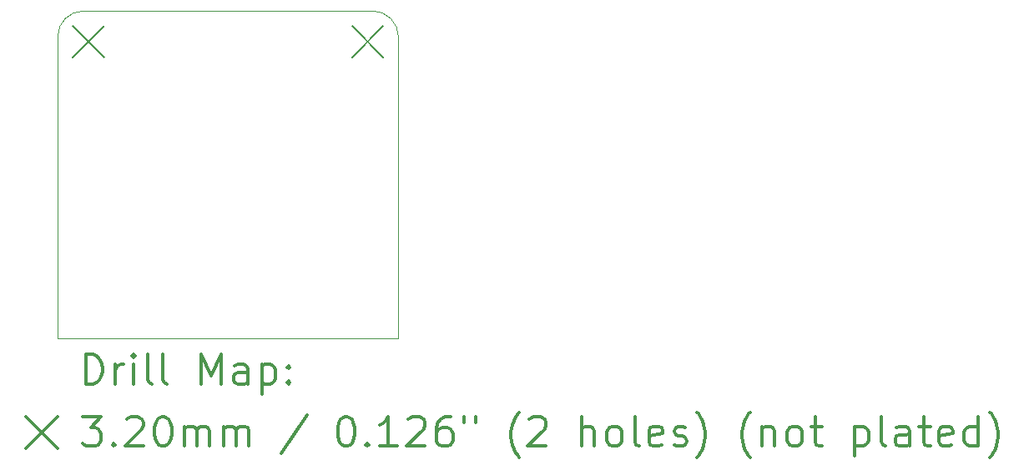
<source format=gbr>
%FSLAX45Y45*%
G04 Gerber Fmt 4.5, Leading zero omitted, Abs format (unit mm)*
G04 Created by KiCad (PCBNEW (5.1.4)-1) date 2019-12-12 19:52:41*
%MOMM*%
%LPD*%
G04 APERTURE LIST*
%ADD10C,0.050000*%
%ADD11C,0.200000*%
%ADD12C,0.300000*%
G04 APERTURE END LIST*
D10*
X1897400Y-2349500D02*
X1897400Y-5410200D01*
X1897400Y-2349500D02*
G75*
G02X2159000Y-2087900I261600J0D01*
G01*
X5092700Y-2087900D02*
G75*
G02X5354300Y-2349500I0J-261600D01*
G01*
X2159000Y-2087900D02*
X5092700Y-2087900D01*
X5354300Y-2349500D02*
X5354300Y-5410200D01*
X1897400Y-5410200D02*
X5354300Y-5410200D01*
D11*
X4881900Y-2240300D02*
X5201900Y-2560300D01*
X5201900Y-2240300D02*
X4881900Y-2560300D01*
X2049800Y-2240300D02*
X2369800Y-2560300D01*
X2369800Y-2240300D02*
X2049800Y-2560300D01*
D12*
X2181328Y-5878414D02*
X2181328Y-5578414D01*
X2252757Y-5578414D01*
X2295614Y-5592700D01*
X2324186Y-5621271D01*
X2338471Y-5649843D01*
X2352757Y-5706986D01*
X2352757Y-5749843D01*
X2338471Y-5806986D01*
X2324186Y-5835557D01*
X2295614Y-5864129D01*
X2252757Y-5878414D01*
X2181328Y-5878414D01*
X2481328Y-5878414D02*
X2481328Y-5678414D01*
X2481328Y-5735557D02*
X2495614Y-5706986D01*
X2509900Y-5692700D01*
X2538471Y-5678414D01*
X2567043Y-5678414D01*
X2667043Y-5878414D02*
X2667043Y-5678414D01*
X2667043Y-5578414D02*
X2652757Y-5592700D01*
X2667043Y-5606986D01*
X2681328Y-5592700D01*
X2667043Y-5578414D01*
X2667043Y-5606986D01*
X2852757Y-5878414D02*
X2824186Y-5864129D01*
X2809900Y-5835557D01*
X2809900Y-5578414D01*
X3009900Y-5878414D02*
X2981328Y-5864129D01*
X2967043Y-5835557D01*
X2967043Y-5578414D01*
X3352757Y-5878414D02*
X3352757Y-5578414D01*
X3452757Y-5792700D01*
X3552757Y-5578414D01*
X3552757Y-5878414D01*
X3824186Y-5878414D02*
X3824186Y-5721271D01*
X3809900Y-5692700D01*
X3781328Y-5678414D01*
X3724186Y-5678414D01*
X3695614Y-5692700D01*
X3824186Y-5864129D02*
X3795614Y-5878414D01*
X3724186Y-5878414D01*
X3695614Y-5864129D01*
X3681328Y-5835557D01*
X3681328Y-5806986D01*
X3695614Y-5778414D01*
X3724186Y-5764129D01*
X3795614Y-5764129D01*
X3824186Y-5749843D01*
X3967043Y-5678414D02*
X3967043Y-5978414D01*
X3967043Y-5692700D02*
X3995614Y-5678414D01*
X4052757Y-5678414D01*
X4081328Y-5692700D01*
X4095614Y-5706986D01*
X4109900Y-5735557D01*
X4109900Y-5821271D01*
X4095614Y-5849843D01*
X4081328Y-5864129D01*
X4052757Y-5878414D01*
X3995614Y-5878414D01*
X3967043Y-5864129D01*
X4238471Y-5849843D02*
X4252757Y-5864129D01*
X4238471Y-5878414D01*
X4224186Y-5864129D01*
X4238471Y-5849843D01*
X4238471Y-5878414D01*
X4238471Y-5692700D02*
X4252757Y-5706986D01*
X4238471Y-5721271D01*
X4224186Y-5706986D01*
X4238471Y-5692700D01*
X4238471Y-5721271D01*
X1574900Y-6212700D02*
X1894900Y-6532700D01*
X1894900Y-6212700D02*
X1574900Y-6532700D01*
X2152757Y-6208414D02*
X2338471Y-6208414D01*
X2238471Y-6322700D01*
X2281328Y-6322700D01*
X2309900Y-6336986D01*
X2324186Y-6351271D01*
X2338471Y-6379843D01*
X2338471Y-6451271D01*
X2324186Y-6479843D01*
X2309900Y-6494129D01*
X2281328Y-6508414D01*
X2195614Y-6508414D01*
X2167043Y-6494129D01*
X2152757Y-6479843D01*
X2467043Y-6479843D02*
X2481328Y-6494129D01*
X2467043Y-6508414D01*
X2452757Y-6494129D01*
X2467043Y-6479843D01*
X2467043Y-6508414D01*
X2595614Y-6236986D02*
X2609900Y-6222700D01*
X2638471Y-6208414D01*
X2709900Y-6208414D01*
X2738471Y-6222700D01*
X2752757Y-6236986D01*
X2767043Y-6265557D01*
X2767043Y-6294129D01*
X2752757Y-6336986D01*
X2581328Y-6508414D01*
X2767043Y-6508414D01*
X2952757Y-6208414D02*
X2981328Y-6208414D01*
X3009900Y-6222700D01*
X3024186Y-6236986D01*
X3038471Y-6265557D01*
X3052757Y-6322700D01*
X3052757Y-6394129D01*
X3038471Y-6451271D01*
X3024186Y-6479843D01*
X3009900Y-6494129D01*
X2981328Y-6508414D01*
X2952757Y-6508414D01*
X2924186Y-6494129D01*
X2909900Y-6479843D01*
X2895614Y-6451271D01*
X2881328Y-6394129D01*
X2881328Y-6322700D01*
X2895614Y-6265557D01*
X2909900Y-6236986D01*
X2924186Y-6222700D01*
X2952757Y-6208414D01*
X3181328Y-6508414D02*
X3181328Y-6308414D01*
X3181328Y-6336986D02*
X3195614Y-6322700D01*
X3224186Y-6308414D01*
X3267043Y-6308414D01*
X3295614Y-6322700D01*
X3309900Y-6351271D01*
X3309900Y-6508414D01*
X3309900Y-6351271D02*
X3324186Y-6322700D01*
X3352757Y-6308414D01*
X3395614Y-6308414D01*
X3424186Y-6322700D01*
X3438471Y-6351271D01*
X3438471Y-6508414D01*
X3581328Y-6508414D02*
X3581328Y-6308414D01*
X3581328Y-6336986D02*
X3595614Y-6322700D01*
X3624186Y-6308414D01*
X3667043Y-6308414D01*
X3695614Y-6322700D01*
X3709900Y-6351271D01*
X3709900Y-6508414D01*
X3709900Y-6351271D02*
X3724186Y-6322700D01*
X3752757Y-6308414D01*
X3795614Y-6308414D01*
X3824186Y-6322700D01*
X3838471Y-6351271D01*
X3838471Y-6508414D01*
X4424186Y-6194129D02*
X4167043Y-6579843D01*
X4809900Y-6208414D02*
X4838471Y-6208414D01*
X4867043Y-6222700D01*
X4881328Y-6236986D01*
X4895614Y-6265557D01*
X4909900Y-6322700D01*
X4909900Y-6394129D01*
X4895614Y-6451271D01*
X4881328Y-6479843D01*
X4867043Y-6494129D01*
X4838471Y-6508414D01*
X4809900Y-6508414D01*
X4781328Y-6494129D01*
X4767043Y-6479843D01*
X4752757Y-6451271D01*
X4738471Y-6394129D01*
X4738471Y-6322700D01*
X4752757Y-6265557D01*
X4767043Y-6236986D01*
X4781328Y-6222700D01*
X4809900Y-6208414D01*
X5038471Y-6479843D02*
X5052757Y-6494129D01*
X5038471Y-6508414D01*
X5024186Y-6494129D01*
X5038471Y-6479843D01*
X5038471Y-6508414D01*
X5338471Y-6508414D02*
X5167043Y-6508414D01*
X5252757Y-6508414D02*
X5252757Y-6208414D01*
X5224186Y-6251271D01*
X5195614Y-6279843D01*
X5167043Y-6294129D01*
X5452757Y-6236986D02*
X5467043Y-6222700D01*
X5495614Y-6208414D01*
X5567043Y-6208414D01*
X5595614Y-6222700D01*
X5609900Y-6236986D01*
X5624186Y-6265557D01*
X5624186Y-6294129D01*
X5609900Y-6336986D01*
X5438471Y-6508414D01*
X5624186Y-6508414D01*
X5881328Y-6208414D02*
X5824186Y-6208414D01*
X5795614Y-6222700D01*
X5781328Y-6236986D01*
X5752757Y-6279843D01*
X5738471Y-6336986D01*
X5738471Y-6451271D01*
X5752757Y-6479843D01*
X5767043Y-6494129D01*
X5795614Y-6508414D01*
X5852757Y-6508414D01*
X5881328Y-6494129D01*
X5895614Y-6479843D01*
X5909900Y-6451271D01*
X5909900Y-6379843D01*
X5895614Y-6351271D01*
X5881328Y-6336986D01*
X5852757Y-6322700D01*
X5795614Y-6322700D01*
X5767043Y-6336986D01*
X5752757Y-6351271D01*
X5738471Y-6379843D01*
X6024186Y-6208414D02*
X6024186Y-6265557D01*
X6138471Y-6208414D02*
X6138471Y-6265557D01*
X6581328Y-6622700D02*
X6567043Y-6608414D01*
X6538471Y-6565557D01*
X6524186Y-6536986D01*
X6509900Y-6494129D01*
X6495614Y-6422700D01*
X6495614Y-6365557D01*
X6509900Y-6294129D01*
X6524186Y-6251271D01*
X6538471Y-6222700D01*
X6567043Y-6179843D01*
X6581328Y-6165557D01*
X6681328Y-6236986D02*
X6695614Y-6222700D01*
X6724186Y-6208414D01*
X6795614Y-6208414D01*
X6824186Y-6222700D01*
X6838471Y-6236986D01*
X6852757Y-6265557D01*
X6852757Y-6294129D01*
X6838471Y-6336986D01*
X6667043Y-6508414D01*
X6852757Y-6508414D01*
X7209900Y-6508414D02*
X7209900Y-6208414D01*
X7338471Y-6508414D02*
X7338471Y-6351271D01*
X7324186Y-6322700D01*
X7295614Y-6308414D01*
X7252757Y-6308414D01*
X7224186Y-6322700D01*
X7209900Y-6336986D01*
X7524186Y-6508414D02*
X7495614Y-6494129D01*
X7481328Y-6479843D01*
X7467043Y-6451271D01*
X7467043Y-6365557D01*
X7481328Y-6336986D01*
X7495614Y-6322700D01*
X7524186Y-6308414D01*
X7567043Y-6308414D01*
X7595614Y-6322700D01*
X7609900Y-6336986D01*
X7624186Y-6365557D01*
X7624186Y-6451271D01*
X7609900Y-6479843D01*
X7595614Y-6494129D01*
X7567043Y-6508414D01*
X7524186Y-6508414D01*
X7795614Y-6508414D02*
X7767043Y-6494129D01*
X7752757Y-6465557D01*
X7752757Y-6208414D01*
X8024186Y-6494129D02*
X7995614Y-6508414D01*
X7938471Y-6508414D01*
X7909900Y-6494129D01*
X7895614Y-6465557D01*
X7895614Y-6351271D01*
X7909900Y-6322700D01*
X7938471Y-6308414D01*
X7995614Y-6308414D01*
X8024186Y-6322700D01*
X8038471Y-6351271D01*
X8038471Y-6379843D01*
X7895614Y-6408414D01*
X8152757Y-6494129D02*
X8181328Y-6508414D01*
X8238471Y-6508414D01*
X8267043Y-6494129D01*
X8281328Y-6465557D01*
X8281328Y-6451271D01*
X8267043Y-6422700D01*
X8238471Y-6408414D01*
X8195614Y-6408414D01*
X8167043Y-6394129D01*
X8152757Y-6365557D01*
X8152757Y-6351271D01*
X8167043Y-6322700D01*
X8195614Y-6308414D01*
X8238471Y-6308414D01*
X8267043Y-6322700D01*
X8381328Y-6622700D02*
X8395614Y-6608414D01*
X8424186Y-6565557D01*
X8438471Y-6536986D01*
X8452757Y-6494129D01*
X8467043Y-6422700D01*
X8467043Y-6365557D01*
X8452757Y-6294129D01*
X8438471Y-6251271D01*
X8424186Y-6222700D01*
X8395614Y-6179843D01*
X8381328Y-6165557D01*
X8924186Y-6622700D02*
X8909900Y-6608414D01*
X8881328Y-6565557D01*
X8867043Y-6536986D01*
X8852757Y-6494129D01*
X8838471Y-6422700D01*
X8838471Y-6365557D01*
X8852757Y-6294129D01*
X8867043Y-6251271D01*
X8881328Y-6222700D01*
X8909900Y-6179843D01*
X8924186Y-6165557D01*
X9038471Y-6308414D02*
X9038471Y-6508414D01*
X9038471Y-6336986D02*
X9052757Y-6322700D01*
X9081328Y-6308414D01*
X9124186Y-6308414D01*
X9152757Y-6322700D01*
X9167043Y-6351271D01*
X9167043Y-6508414D01*
X9352757Y-6508414D02*
X9324186Y-6494129D01*
X9309900Y-6479843D01*
X9295614Y-6451271D01*
X9295614Y-6365557D01*
X9309900Y-6336986D01*
X9324186Y-6322700D01*
X9352757Y-6308414D01*
X9395614Y-6308414D01*
X9424186Y-6322700D01*
X9438471Y-6336986D01*
X9452757Y-6365557D01*
X9452757Y-6451271D01*
X9438471Y-6479843D01*
X9424186Y-6494129D01*
X9395614Y-6508414D01*
X9352757Y-6508414D01*
X9538471Y-6308414D02*
X9652757Y-6308414D01*
X9581328Y-6208414D02*
X9581328Y-6465557D01*
X9595614Y-6494129D01*
X9624186Y-6508414D01*
X9652757Y-6508414D01*
X9981328Y-6308414D02*
X9981328Y-6608414D01*
X9981328Y-6322700D02*
X10009900Y-6308414D01*
X10067043Y-6308414D01*
X10095614Y-6322700D01*
X10109900Y-6336986D01*
X10124186Y-6365557D01*
X10124186Y-6451271D01*
X10109900Y-6479843D01*
X10095614Y-6494129D01*
X10067043Y-6508414D01*
X10009900Y-6508414D01*
X9981328Y-6494129D01*
X10295614Y-6508414D02*
X10267043Y-6494129D01*
X10252757Y-6465557D01*
X10252757Y-6208414D01*
X10538471Y-6508414D02*
X10538471Y-6351271D01*
X10524186Y-6322700D01*
X10495614Y-6308414D01*
X10438471Y-6308414D01*
X10409900Y-6322700D01*
X10538471Y-6494129D02*
X10509900Y-6508414D01*
X10438471Y-6508414D01*
X10409900Y-6494129D01*
X10395614Y-6465557D01*
X10395614Y-6436986D01*
X10409900Y-6408414D01*
X10438471Y-6394129D01*
X10509900Y-6394129D01*
X10538471Y-6379843D01*
X10638471Y-6308414D02*
X10752757Y-6308414D01*
X10681328Y-6208414D02*
X10681328Y-6465557D01*
X10695614Y-6494129D01*
X10724186Y-6508414D01*
X10752757Y-6508414D01*
X10967043Y-6494129D02*
X10938471Y-6508414D01*
X10881328Y-6508414D01*
X10852757Y-6494129D01*
X10838471Y-6465557D01*
X10838471Y-6351271D01*
X10852757Y-6322700D01*
X10881328Y-6308414D01*
X10938471Y-6308414D01*
X10967043Y-6322700D01*
X10981328Y-6351271D01*
X10981328Y-6379843D01*
X10838471Y-6408414D01*
X11238471Y-6508414D02*
X11238471Y-6208414D01*
X11238471Y-6494129D02*
X11209900Y-6508414D01*
X11152757Y-6508414D01*
X11124186Y-6494129D01*
X11109900Y-6479843D01*
X11095614Y-6451271D01*
X11095614Y-6365557D01*
X11109900Y-6336986D01*
X11124186Y-6322700D01*
X11152757Y-6308414D01*
X11209900Y-6308414D01*
X11238471Y-6322700D01*
X11352757Y-6622700D02*
X11367043Y-6608414D01*
X11395614Y-6565557D01*
X11409900Y-6536986D01*
X11424186Y-6494129D01*
X11438471Y-6422700D01*
X11438471Y-6365557D01*
X11424186Y-6294129D01*
X11409900Y-6251271D01*
X11395614Y-6222700D01*
X11367043Y-6179843D01*
X11352757Y-6165557D01*
M02*

</source>
